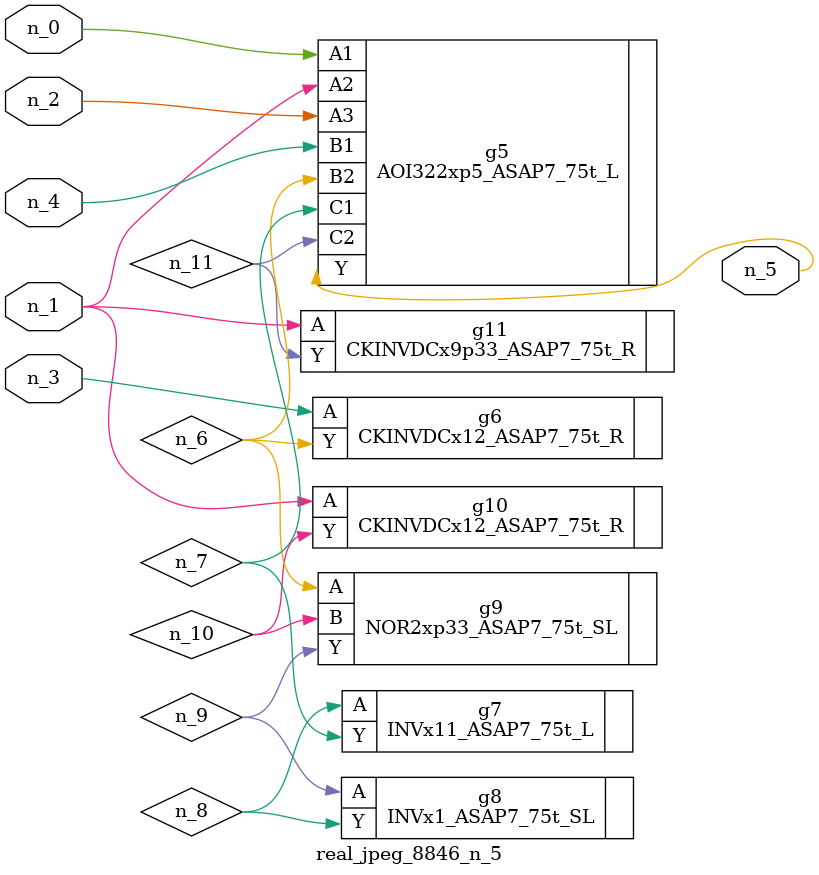
<source format=v>
module real_jpeg_8846_n_5 (n_4, n_0, n_1, n_2, n_3, n_5);

input n_4;
input n_0;
input n_1;
input n_2;
input n_3;

output n_5;

wire n_8;
wire n_11;
wire n_6;
wire n_7;
wire n_10;
wire n_9;

AOI322xp5_ASAP7_75t_L g5 ( 
.A1(n_0),
.A2(n_1),
.A3(n_2),
.B1(n_4),
.B2(n_6),
.C1(n_7),
.C2(n_11),
.Y(n_5)
);

CKINVDCx12_ASAP7_75t_R g10 ( 
.A(n_1),
.Y(n_10)
);

CKINVDCx9p33_ASAP7_75t_R g11 ( 
.A(n_1),
.Y(n_11)
);

CKINVDCx12_ASAP7_75t_R g6 ( 
.A(n_3),
.Y(n_6)
);

NOR2xp33_ASAP7_75t_SL g9 ( 
.A(n_6),
.B(n_10),
.Y(n_9)
);

INVx11_ASAP7_75t_L g7 ( 
.A(n_8),
.Y(n_7)
);

INVx1_ASAP7_75t_SL g8 ( 
.A(n_9),
.Y(n_8)
);


endmodule
</source>
